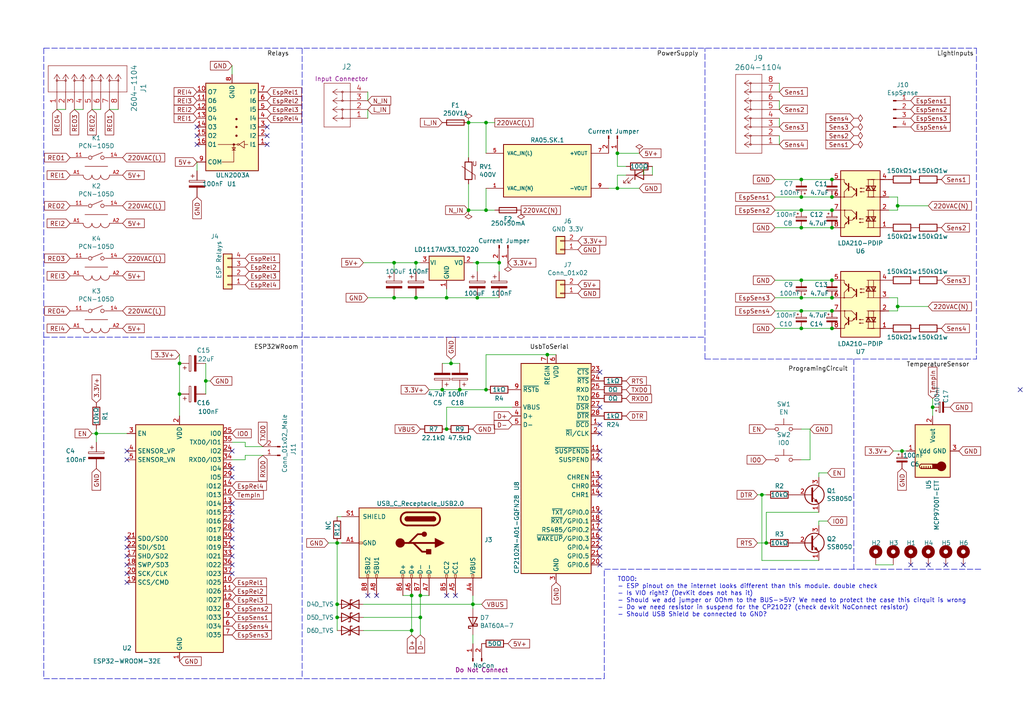
<source format=kicad_sch>
(kicad_sch (version 20211123) (generator eeschema)
  (paper "A4")
  (junction (at 114.3 86.36))
  (junction (at 220.98 143.51))
  (junction (at 135.89 60.96))
  (junction (at 27.94 125.73))
  (junction (at 59.69 110.49))
  (junction (at 97.79 157.48))
  (junction (at 140.97 113.03))
  (junction (at 232.41 52.07))
  (junction (at 232.41 60.96))
  (junction (at 270.51 118.11))
  (junction (at 97.79 175.26))
  (junction (at 179.07 54.61))
  (junction (at 241.3 86.36))
  (junction (at 144.78 76.2))
  (junction (at 260.35 88.9))
  (junction (at 260.35 59.69))
  (junction (at 241.3 60.96))
  (junction (at 130.81 105.41))
  (junction (at 129.54 86.36))
  (junction (at 137.16 175.26))
  (junction (at 120.65 86.36))
  (junction (at 138.43 76.2))
  (junction (at 241.3 95.25))
  (junction (at 121.92 179.07))
  (junction (at 121.92 172.72))
  (junction (at 241.3 90.17))
  (junction (at 133.35 113.03))
  (junction (at 114.3 76.2))
  (junction (at 128.27 113.03))
  (junction (at 232.41 81.28))
  (junction (at 232.41 57.15))
  (junction (at 52.07 105.41))
  (junction (at 97.79 179.07))
  (junction (at 140.97 60.96))
  (junction (at 261.62 130.81))
  (junction (at 241.3 57.15))
  (junction (at 241.3 81.28))
  (junction (at 140.97 35.56))
  (junction (at 241.3 52.07))
  (junction (at 241.3 66.04))
  (junction (at 232.41 90.17))
  (junction (at 129.54 124.46))
  (junction (at 119.38 182.88))
  (junction (at 52.07 114.3))
  (junction (at 120.65 76.2))
  (junction (at 232.41 95.25))
  (junction (at 179.07 44.45))
  (junction (at 135.89 35.56))
  (junction (at 232.41 86.36))
  (junction (at 119.38 172.72))
  (junction (at 138.43 86.36))
  (junction (at 232.41 66.04))
  (junction (at 222.25 157.48))
  (junction (at 158.75 102.87))
  (no_connect (at 36.83 156.21))
  (no_connect (at 173.99 107.95))
  (no_connect (at 67.31 151.13))
  (no_connect (at 173.99 118.11))
  (no_connect (at 36.83 163.83))
  (no_connect (at 173.99 163.83))
  (no_connect (at 67.31 146.05))
  (no_connect (at 57.15 39.37))
  (no_connect (at 264.16 163.83))
  (no_connect (at 173.99 148.59))
  (no_connect (at 173.99 161.29))
  (no_connect (at 173.99 138.43))
  (no_connect (at 57.15 36.83))
  (no_connect (at 67.31 135.89))
  (no_connect (at 149.86 231.14))
  (no_connect (at 173.99 151.13))
  (no_connect (at 36.83 158.75))
  (no_connect (at 36.83 133.35))
  (no_connect (at 173.99 153.67))
  (no_connect (at 67.31 163.83))
  (no_connect (at 279.4 163.83))
  (no_connect (at 67.31 148.59))
  (no_connect (at 274.32 163.83))
  (no_connect (at 173.99 123.19))
  (no_connect (at 57.15 41.91))
  (no_connect (at 36.83 166.37))
  (no_connect (at 173.99 143.51))
  (no_connect (at 36.83 168.91))
  (no_connect (at 36.83 161.29))
  (no_connect (at 295.91 113.03))
  (no_connect (at 173.99 125.73))
  (no_connect (at 173.99 156.21))
  (no_connect (at 67.31 153.67))
  (no_connect (at 173.99 158.75))
  (no_connect (at 173.99 140.97))
  (no_connect (at 77.47 41.91))
  (no_connect (at 67.31 138.43))
  (no_connect (at 77.47 36.83))
  (no_connect (at 36.83 130.81))
  (no_connect (at 173.99 133.35))
  (no_connect (at 269.24 163.83))
  (no_connect (at 67.31 161.29))
  (no_connect (at 67.31 156.21))
  (no_connect (at 67.31 130.81))
  (no_connect (at 106.68 172.72))
  (no_connect (at 109.22 172.72))
  (no_connect (at 129.54 172.72))
  (no_connect (at 132.08 172.72))
  (no_connect (at 173.99 130.81))
  (no_connect (at 67.31 166.37))
  (no_connect (at 67.31 158.75))
  (no_connect (at 77.47 39.37))
  (wire (pts (xy 59.69 110.49) (xy 59.69 114.3)))
  (wire (pts (xy 105.41 179.07) (xy 121.92 179.07)))
  (wire (pts (xy 76.2 132.08) (xy 71.12 132.08)))
  (wire (pts (xy 240.03 151.13) (xy 237.49 151.13)))
  (wire (pts (xy 226.06 39.37) (xy 226.06 41.91)))
  (wire (pts (xy 260.35 88.9) (xy 260.35 90.17)))
  (wire (pts (xy 135.89 35.56) (xy 140.97 35.56)))
  (wire (pts (xy 232.41 133.35) (xy 234.95 133.35)))
  (wire (pts (xy 106.68 34.29) (xy 106.68 31.75)))
  (wire (pts (xy 60.96 110.49) (xy 59.69 110.49)))
  (wire (pts (xy 105.41 76.2) (xy 114.3 76.2)))
  (wire (pts (xy 27.94 125.73) (xy 27.94 128.27)))
  (polyline (pts (xy 204.47 104.14) (xy 204.47 13.97)))
  (polyline (pts (xy 283.21 13.97) (xy 283.21 104.14)))
  (wire (pts (xy 135.89 45.72) (xy 135.89 35.56)))
  (wire (pts (xy 224.79 95.25) (xy 232.41 95.25)))
  (wire (pts (xy 129.54 118.11) (xy 129.54 124.46)))
  (wire (pts (xy 116.84 172.72) (xy 119.38 172.72)))
  (wire (pts (xy 138.43 76.2) (xy 144.78 76.2)))
  (wire (pts (xy 105.41 175.26) (xy 137.16 175.26)))
  (wire (pts (xy 67.31 128.27) (xy 71.12 128.27)))
  (wire (pts (xy 260.35 59.69) (xy 269.24 59.69)))
  (polyline (pts (xy 247.65 104.14) (xy 247.65 165.1)))
  (polyline (pts (xy 87.63 13.97) (xy 87.63 196.85)))
  (wire (pts (xy 270.51 118.11) (xy 270.51 120.65)))
  (wire (pts (xy 95.25 157.48) (xy 97.79 157.48)))
  (wire (pts (xy 52.07 105.41) (xy 52.07 114.3)))
  (wire (pts (xy 135.89 53.34) (xy 135.89 60.96)))
  (wire (pts (xy 121.92 172.72) (xy 124.46 172.72)))
  (wire (pts (xy 97.79 149.86) (xy 99.06 149.86)))
  (wire (pts (xy 119.38 172.72) (xy 119.38 182.88)))
  (wire (pts (xy 260.35 57.15) (xy 260.35 59.69)))
  (wire (pts (xy 241.3 95.25) (xy 232.41 95.25)))
  (wire (pts (xy 232.41 86.36) (xy 224.79 86.36)))
  (wire (pts (xy 240.03 137.16) (xy 237.49 137.16)))
  (wire (pts (xy 27.94 125.73) (xy 36.83 125.73)))
  (wire (pts (xy 26.67 125.73) (xy 27.94 125.73)))
  (wire (pts (xy 220.98 143.51) (xy 220.98 162.56)))
  (wire (pts (xy 106.68 86.36) (xy 114.3 86.36)))
  (wire (pts (xy 140.97 102.87) (xy 158.75 102.87)))
  (wire (pts (xy 140.97 113.03) (xy 133.35 113.03)))
  (wire (pts (xy 114.3 76.2) (xy 120.65 76.2)))
  (wire (pts (xy 121.92 179.07) (xy 121.92 184.15)))
  (wire (pts (xy 232.41 86.36) (xy 241.3 86.36)))
  (wire (pts (xy 241.3 81.28) (xy 232.41 81.28)))
  (wire (pts (xy 59.69 105.41) (xy 59.69 110.49)))
  (wire (pts (xy 232.41 57.15) (xy 241.3 57.15)))
  (wire (pts (xy 241.3 66.04) (xy 232.41 66.04)))
  (wire (pts (xy 140.97 35.56) (xy 140.97 44.45)))
  (wire (pts (xy 179.07 54.61) (xy 185.42 54.61)))
  (wire (pts (xy 259.08 130.81) (xy 261.62 130.81)))
  (wire (pts (xy 179.07 50.8) (xy 179.07 54.61)))
  (wire (pts (xy 260.35 60.96) (xy 257.81 60.96)))
  (wire (pts (xy 226.06 24.13) (xy 226.06 26.67)))
  (wire (pts (xy 105.41 182.88) (xy 119.38 182.88)))
  (wire (pts (xy 120.65 76.2) (xy 121.92 76.2)))
  (wire (pts (xy 97.79 157.48) (xy 97.79 175.26)))
  (wire (pts (xy 121.92 172.72) (xy 121.92 179.07)))
  (wire (pts (xy 219.71 143.51) (xy 220.98 143.51)))
  (wire (pts (xy 179.07 44.45) (xy 185.42 44.45)))
  (wire (pts (xy 237.49 137.16) (xy 237.49 138.43)))
  (wire (pts (xy 140.97 113.03) (xy 140.97 102.87)))
  (wire (pts (xy 130.81 104.14) (xy 130.81 105.41)))
  (wire (pts (xy 224.79 60.96) (xy 232.41 60.96)))
  (wire (pts (xy 176.53 54.61) (xy 179.07 54.61)))
  (wire (pts (xy 97.79 179.07) (xy 97.79 175.26)))
  (wire (pts (xy 237.49 151.13) (xy 237.49 152.4)))
  (wire (pts (xy 29.21 31.75) (xy 26.67 31.75)))
  (wire (pts (xy 19.05 31.75) (xy 16.51 31.75)))
  (wire (pts (xy 260.35 86.36) (xy 260.35 88.9)))
  (wire (pts (xy 137.16 175.26) (xy 137.16 172.72)))
  (wire (pts (xy 232.41 60.96) (xy 241.3 60.96)))
  (wire (pts (xy 71.12 129.54) (xy 76.2 129.54)))
  (polyline (pts (xy 12.7 196.85) (xy 175.26 196.85)))
  (wire (pts (xy 237.49 148.59) (xy 222.25 148.59)))
  (wire (pts (xy 260.35 90.17) (xy 257.81 90.17)))
  (wire (pts (xy 222.25 148.59) (xy 222.25 157.48)))
  (wire (pts (xy 260.35 59.69) (xy 260.35 60.96)))
  (wire (pts (xy 71.12 132.08) (xy 71.12 133.35)))
  (wire (pts (xy 106.68 26.67) (xy 106.68 29.21)))
  (wire (pts (xy 137.16 176.53) (xy 137.16 175.26)))
  (wire (pts (xy 129.54 86.36) (xy 138.43 86.36)))
  (wire (pts (xy 124.46 113.03) (xy 128.27 113.03)))
  (wire (pts (xy 224.79 90.17) (xy 232.41 90.17)))
  (wire (pts (xy 181.61 50.8) (xy 179.07 50.8)))
  (wire (pts (xy 120.65 78.74) (xy 120.65 76.2)))
  (wire (pts (xy 114.3 78.74) (xy 114.3 76.2)))
  (wire (pts (xy 269.24 88.9) (xy 260.35 88.9)))
  (wire (pts (xy 52.07 114.3) (xy 52.07 120.65)))
  (wire (pts (xy 57.15 46.99) (xy 57.15 49.53)))
  (wire (pts (xy 226.06 29.21) (xy 226.06 31.75)))
  (wire (pts (xy 232.41 57.15) (xy 224.79 57.15)))
  (wire (pts (xy 97.79 182.88) (xy 97.79 179.07)))
  (polyline (pts (xy 12.7 13.97) (xy 12.7 196.85)))
  (wire (pts (xy 130.81 105.41) (xy 133.35 105.41)))
  (wire (pts (xy 261.62 130.81) (xy 262.89 130.81)))
  (wire (pts (xy 232.41 124.46) (xy 234.95 124.46)))
  (wire (pts (xy 71.12 133.35) (xy 67.31 133.35)))
  (wire (pts (xy 158.75 102.87) (xy 161.29 102.87)))
  (wire (pts (xy 270.51 115.57) (xy 270.51 118.11)))
  (wire (pts (xy 120.65 86.36) (xy 114.3 86.36)))
  (polyline (pts (xy 175.26 196.85) (xy 175.26 165.1)))
  (wire (pts (xy 140.97 35.56) (xy 143.51 35.56)))
  (wire (pts (xy 137.16 175.26) (xy 139.7 175.26)))
  (wire (pts (xy 224.79 81.28) (xy 232.41 81.28)))
  (wire (pts (xy 138.43 78.74) (xy 138.43 76.2)))
  (wire (pts (xy 179.07 48.26) (xy 181.61 48.26)))
  (wire (pts (xy 234.95 124.46) (xy 234.95 133.35)))
  (wire (pts (xy 120.65 86.36) (xy 129.54 86.36)))
  (wire (pts (xy 148.59 118.11) (xy 129.54 118.11)))
  (wire (pts (xy 140.97 60.96) (xy 143.51 60.96)))
  (wire (pts (xy 71.12 128.27) (xy 71.12 129.54)))
  (wire (pts (xy 27.94 124.46) (xy 27.94 125.73)))
  (wire (pts (xy 129.54 83.82) (xy 129.54 86.36)))
  (wire (pts (xy 34.29 31.75) (xy 31.75 31.75)))
  (wire (pts (xy 254 163.83) (xy 259.08 163.83)))
  (polyline (pts (xy 12.7 97.79) (xy 204.47 97.79)))
  (wire (pts (xy 67.31 19.05) (xy 67.31 21.59)))
  (wire (pts (xy 133.35 113.03) (xy 128.27 113.03)))
  (wire (pts (xy 220.98 162.56) (xy 237.49 162.56)))
  (wire (pts (xy 137.16 184.15) (xy 137.16 186.69)))
  (wire (pts (xy 140.97 60.96) (xy 140.97 54.61)))
  (wire (pts (xy 52.07 102.87) (xy 52.07 105.41)))
  (wire (pts (xy 257.81 57.15) (xy 260.35 57.15)))
  (wire (pts (xy 144.78 76.2) (xy 144.78 78.74)))
  (wire (pts (xy 119.38 182.88) (xy 119.38 184.15)))
  (wire (pts (xy 219.71 157.48) (xy 222.25 157.48)))
  (wire (pts (xy 226.06 34.29) (xy 226.06 36.83)))
  (wire (pts (xy 232.41 90.17) (xy 241.3 90.17)))
  (wire (pts (xy 232.41 66.04) (xy 224.79 66.04)))
  (polyline (pts (xy 12.7 13.97) (xy 283.21 13.97)))
  (wire (pts (xy 189.23 48.26) (xy 189.23 50.8)))
  (wire (pts (xy 135.89 60.96) (xy 140.97 60.96)))
  (polyline (pts (xy 204.47 104.14) (xy 283.21 104.14)))
  (wire (pts (xy 186.69 48.26) (xy 186.69 50.8)))
  (wire (pts (xy 24.13 31.75) (xy 21.59 31.75)))
  (wire (pts (xy 257.81 86.36) (xy 260.35 86.36)))
  (wire (pts (xy 220.98 143.51) (xy 222.25 143.51)))
  (wire (pts (xy 97.79 157.48) (xy 99.06 157.48)))
  (wire (pts (xy 179.07 44.45) (xy 179.07 48.26)))
  (wire (pts (xy 241.3 52.07) (xy 232.41 52.07)))
  (wire (pts (xy 232.41 52.07) (xy 224.79 52.07)))
  (wire (pts (xy 128.27 105.41) (xy 130.81 105.41)))
  (polyline (pts (xy 284.48 165.1) (xy 175.26 165.1)))
  (wire (pts (xy 144.78 86.36) (xy 138.43 86.36)))
  (wire (pts (xy 138.43 76.2) (xy 137.16 76.2)))
  (text "TODO:\n- ESP pinout on the internet looks different than this module. double check\n- Is VIO right? (DevKit does not has it)\n- Should we add jumper or 0Ohm to the BUS->5V? We need to protect the case this cirquit is wrong\n- Do we need resistor in suspend for the CP2102? (check devkit NoConnect resistor)\n- Should USB Shield be connected to GND?" (at 179.07 179.07 0) (effects (font (size 1.27 1.27)) (justify left bottom)))
  (label "TemperatureSensor" (at 262.89 106.68 0))
  (label "LightInputs" (at 271.78 16.51 0))
  (label "ESP32WRoom" (at 73.66 101.6 0))
  (label "Relays" (at 77.47 16.51 0))
  (label "UsbToSerial" (at 153.67 101.6 0))
  (label "PowerSupply" (at 190.5 16.51 0))
  (label "ProgramingCircuit" (at 228.6 107.95 0))
  (global_label "3.3V+" (shape input) (at 27.94 116.84 90) (property "Intersheet References" "${INTERSHEET_REFS}" (effects hide)))
  (global_label "EspRel3" (shape input) (at 71.12 80.01 0) (property "Intersheet References" "${INTERSHEET_REFS}" (effects hide)))
  (global_label "REI1" (shape input) (at 57.15 34.29 180) (property "Intersheet References" "${INTERSHEET_REFS}" (effects hide)))
  (global_label "EN" (shape input) (at 26.67 125.73 180) (property "Intersheet References" "${INTERSHEET_REFS}" (effects hide)))
  (global_label "5V+" (shape input) (at 35.56 64.77 0) (property "Intersheet References" "${INTERSHEET_REFS}" (effects hide)))
  (global_label "EN" (shape input) (at 240.03 137.16 0) (property "Intersheet References" "${INTERSHEET_REFS}" (effects hide)))
  (global_label "220VAC(L)" (shape input) (at 35.56 90.17 0) (property "Intersheet References" "${INTERSHEET_REFS}" (effects hide)))
  (global_label "220VAC(L)" (shape passive) (at 143.51 35.56 0) (property "Intersheet References" "${INTERSHEET_REFS}" (effects hide)))
  (global_label "Sens4" (shape input) (at 247.65 34.29 180) (property "Intersheet References" "${INTERSHEET_REFS}" (effects hide)))
  (global_label "EspSens3" (shape input) (at 224.79 86.36 180) (property "Intersheet References" "${INTERSHEET_REFS}" (effects hide)))
  (global_label "5V+" (shape input) (at 35.56 95.25 0) (property "Intersheet References" "${INTERSHEET_REFS}" (effects hide)))
  (global_label "REO1" (shape input) (at 31.75 31.75 270) (property "Intersheet References" "${INTERSHEET_REFS}" (effects hide)))
  (global_label "RXD0" (shape input) (at 76.2 132.08 270) (property "Intersheet References" "${INTERSHEET_REFS}" (effects hide)))
  (global_label "GND" (shape input) (at 224.79 95.25 180) (property "Intersheet References" "${INTERSHEET_REFS}" (effects hide)))
  (global_label "GND" (shape input) (at 27.94 135.89 270) (property "Intersheet References" "${INTERSHEET_REFS}" (effects hide)))
  (global_label "GND" (shape input) (at 167.64 72.39 0) (property "Intersheet References" "${INTERSHEET_REFS}" (effects hide)))
  (global_label "REO4" (shape input) (at 20.32 90.17 180) (property "Intersheet References" "${INTERSHEET_REFS}" (effects hide)))
  (global_label "GND" (shape input) (at 261.62 135.89 270) (property "Intersheet References" "${INTERSHEET_REFS}" (effects hide)))
  (global_label "220VAC(N)" (shape input) (at 269.24 88.9 0) (property "Intersheet References" "${INTERSHEET_REFS}" (effects hide)))
  (global_label "RXD0" (shape input) (at 181.61 115.57 0) (property "Intersheet References" "${INTERSHEET_REFS}" (effects hide)))
  (global_label "REI2" (shape input) (at 57.15 31.75 180) (property "Intersheet References" "${INTERSHEET_REFS}" (effects hide)))
  (global_label "TempIn" (shape input) (at 67.31 143.51 0) (property "Intersheet References" "${INTERSHEET_REFS}" (effects hide)))
  (global_label "VBUS" (shape input) (at 121.92 124.46 180) (property "Intersheet References" "${INTERSHEET_REFS}" (effects hide)))
  (global_label "EspRel4" (shape input) (at 77.47 34.29 0) (property "Intersheet References" "${INTERSHEET_REFS}" (effects hide)))
  (global_label "220VAC(N)" (shape passive) (at 151.13 60.96 0) (property "Intersheet References" "${INTERSHEET_REFS}" (effects hide)))
  (global_label "REO2" (shape input) (at 20.32 59.69 180) (property "Intersheet References" "${INTERSHEET_REFS}" (effects hide)))
  (global_label "TempIn" (shape input) (at 270.51 115.57 90) (property "Intersheet References" "${INTERSHEET_REFS}" (effects hide)))
  (global_label "VBUS" (shape input) (at 139.7 175.26 0) (property "Intersheet References" "${INTERSHEET_REFS}" (effects hide)))
  (global_label "3.3V+" (shape input) (at 124.46 113.03 180) (property "Intersheet References" "${INTERSHEET_REFS}" (effects hide)))
  (global_label "GND" (shape input) (at 167.64 85.09 0) (property "Intersheet References" "${INTERSHEET_REFS}" (effects hide)))
  (global_label "EspSens3" (shape input) (at 264.16 34.29 0) (property "Intersheet References" "${INTERSHEET_REFS}" (effects hide)))
  (global_label "D+" (shape input) (at 119.38 184.15 270) (property "Intersheet References" "${INTERSHEET_REFS}" (effects hide)))
  (global_label "REO1" (shape input) (at 20.32 45.72 180) (property "Intersheet References" "${INTERSHEET_REFS}" (effects hide)))
  (global_label "EspSens1" (shape input) (at 264.16 29.21 0) (property "Intersheet References" "${INTERSHEET_REFS}" (effects hide)))
  (global_label "GND" (shape input) (at 234.95 124.46 0) (property "Intersheet References" "${INTERSHEET_REFS}" (effects hide)))
  (global_label "IO0" (shape input) (at 67.31 125.73 0) (property "Intersheet References" "${INTERSHEET_REFS}" (effects hide)))
  (global_label "Sens3" (shape input) (at 226.06 36.83 0) (property "Intersheet References" "${INTERSHEET_REFS}" (effects hide)))
  (global_label "IO0" (shape input) (at 240.03 151.13 0) (property "Intersheet References" "${INTERSHEET_REFS}" (effects hide)))
  (global_label "3.3V+" (shape input) (at 259.08 130.81 180) (property "Intersheet References" "${INTERSHEET_REFS}" (effects hide)))
  (global_label "Sens1" (shape input) (at 226.06 26.67 0) (property "Intersheet References" "${INTERSHEET_REFS}" (effects hide)))
  (global_label "EspSens2" (shape input) (at 224.79 60.96 180) (property "Intersheet References" "${INTERSHEET_REFS}" (effects hide)))
  (global_label "5V+" (shape input) (at 105.41 76.2 180) (property "Intersheet References" "${INTERSHEET_REFS}" (effects hide)))
  (global_label "220VAC(L)" (shape input) (at 35.56 45.72 0) (property "Intersheet References" "${INTERSHEET_REFS}" (effects hide)))
  (global_label "D+" (shape input) (at 148.59 120.65 180) (property "Intersheet References" "${INTERSHEET_REFS}" (effects hide)))
  (global_label "GND" (shape input) (at 185.42 54.61 0) (property "Intersheet References" "${INTERSHEET_REFS}" (effects hide)))
  (global_label "REI3" (shape input) (at 20.32 80.01 180) (property "Intersheet References" "${INTERSHEET_REFS}" (effects hide)))
  (global_label "TXD0" (shape input) (at 181.61 113.03 0) (property "Intersheet References" "${INTERSHEET_REFS}" (effects hide)))
  (global_label "GND" (shape input) (at 106.68 86.36 180) (property "Intersheet References" "${INTERSHEET_REFS}" (effects hide)))
  (global_label "L_IN" (shape input) (at 128.27 35.56 180) (property "Intersheet References" "${INTERSHEET_REFS}" (effects hide)))
  (global_label "GND" (shape input) (at 130.81 104.14 90) (property "Intersheet References" "${INTERSHEET_REFS}" (effects hide)))
  (global_label "5V+" (shape input) (at 57.15 46.99 180) (property "Intersheet References" "${INTERSHEET_REFS}" (effects hide)))
  (global_label "5V+" (shape input) (at 147.32 186.69 0) (property "Intersheet References" "${INTERSHEET_REFS}" (effects hide)))
  (global_label "EspRel1" (shape input) (at 77.47 26.67 0) (property "Intersheet References" "${INTERSHEET_REFS}" (effects hide)))
  (global_label "5V+" (shape input) (at 35.56 80.01 0) (property "Intersheet References" "${INTERSHEET_REFS}" (effects hide)))
  (global_label "EspRel2" (shape input) (at 71.12 77.47 0) (property "Intersheet References" "${INTERSHEET_REFS}" (effects hide)))
  (global_label "EspRel1" (shape input) (at 67.31 168.91 0) (property "Intersheet References" "${INTERSHEET_REFS}" (effects hide)))
  (global_label "GND" (shape input) (at 224.79 66.04 180) (property "Intersheet References" "${INTERSHEET_REFS}" (effects hide)))
  (global_label "Sens3" (shape input) (at 273.05 81.28 0) (property "Intersheet References" "${INTERSHEET_REFS}" (effects hide)))
  (global_label "GND" (shape input) (at 275.59 118.11 0) (property "Intersheet References" "${INTERSHEET_REFS}" (effects hide)))
  (global_label "5V+" (shape input) (at 185.42 44.45 0) (property "Intersheet References" "${INTERSHEET_REFS}" (effects hide)))
  (global_label "GND" (shape input) (at 60.96 110.49 0) (property "Intersheet References" "${INTERSHEET_REFS}" (effects hide)))
  (global_label "L_IN" (shape input) (at 106.68 31.75 0) (property "Intersheet References" "${INTERSHEET_REFS}" (effects hide)))
  (global_label "REO2" (shape input) (at 26.67 31.75 270) (property "Intersheet References" "${INTERSHEET_REFS}" (effects hide)))
  (global_label "EspRel3" (shape input) (at 77.47 31.75 0) (property "Intersheet References" "${INTERSHEET_REFS}" (effects hide)))
  (global_label "IO0" (shape input) (at 222.25 133.35 180) (property "Intersheet References" "${INTERSHEET_REFS}" (effects hide)))
  (global_label "GND" (shape input) (at 67.31 19.05 180) (property "Intersheet References" "${INTERSHEET_REFS}" (effects hide)))
  (global_label "EspRel4" (shape input) (at 67.31 140.97 0) (property "Intersheet References" "${INTERSHEET_REFS}" (effects hide)))
  (global_label "EspSens1" (shape input) (at 224.79 57.15 180) (property "Intersheet References" "${INTERSHEET_REFS}" (effects hide)))
  (global_label "3.3V+" (shape input) (at 147.32 76.2 0) (property "Intersheet References" "${INTERSHEET_REFS}" (effects hide)))
  (global_label "REI3" (shape input) (at 57.15 29.21 180) (property "Intersheet References" "${INTERSHEET_REFS}" (effects hide)))
  (global_label "EspSens2" (shape input) (at 264.16 31.75 0) (property "Intersheet References" "${INTERSHEET_REFS}" (effects hide)))
  (global_label "5V+" (shape input) (at 167.64 82.55 0) (property "Intersheet References" "${INTERSHEET_REFS}" (effects hide)))
  (global_label "Sens4" (shape input) (at 226.06 41.91 0) (property "Intersheet References" "${INTERSHEET_REFS}" (effects hide)))
  (global_label "3.3V+" (shape input) (at 52.07 102.87 180) (property "Intersheet References" "${INTERSHEET_REFS}" (effects hide)))
  (global_label "220VAC(L)" (shape input) (at 35.56 74.93 0) (property "Intersheet References" "${INTERSHEET_REFS}" (effects hide)))
  (global_label "DTR" (shape input) (at 219.71 143.51 180) (property "Intersheet References" "${INTERSHEET_REFS}" (effects hide)))
  (global_label "EspRel2" (shape input) (at 77.47 29.21 0) (property "Intersheet References" "${INTERSHEET_REFS}" (effects hide)))
  (global_label "Sens1" (shape input) (at 273.05 52.07 0) (property "Intersheet References" "${INTERSHEET_REFS}" (effects hide)))
  (global_label "EN" (shape input) (at 222.25 124.46 180) (property "Intersheet References" "${INTERSHEET_REFS}" (effects hide)))
  (global_label "5V+" (shape input) (at 35.56 50.8 0) (property "Intersheet References" "${INTERSHEET_REFS}" (effects hide)))
  (global_label "REO4" (shape input) (at 16.51 31.75 270) (property "Intersheet References" "${INTERSHEET_REFS}" (effects hide)))
  (global_label "D-" (shape input) (at 148.59 123.19 180) (property "Intersheet References" "${INTERSHEET_REFS}" (effects hide)))
  (global_label "EspSens3" (shape input) (at 67.31 184.15 0) (property "Intersheet References" "${INTERSHEET_REFS}" (effects hide)))
  (global_label "REO3" (shape input) (at 21.59 31.75 270) (property "Intersheet References" "${INTERSHEET_REFS}" (effects hide)))
  (global_label "GND" (shape input) (at 224.79 52.07 180) (property "Intersheet References" "${INTERSHEET_REFS}" (effects hide)))
  (global_label "REI1" (shape input) (at 20.32 50.8 180) (property "Intersheet References" "${INTERSHEET_REFS}" (effects hide)))
  (global_label "GND" (shape input) (at 224.79 81.28 180) (property "Intersheet References" "${INTERSHEET_REFS}" (effects hide)))
  (global_label "TXD0" (shape input) (at 76.2 129.54 90) (property "Intersheet References" "${INTERSHEET_REFS}" (effects hide)))
  (global_label "RTS" (shape input) (at 181.61 110.49 0) (property "Intersheet References" "${INTERSHEET_REFS}" (effects hide)))
  (global_label "Sens2" (shape input) (at 226.06 31.75 0) (property "Intersheet References" "${INTERSHEET_REFS}" (effects hide)))
  (global_label "EspSens4" (shape input) (at 264.16 36.83 0) (property "Intersheet References" "${INTERSHEET_REFS}" (effects hide)))
  (global_label "Sens2" (shape input) (at 247.65 39.37 180) (property "Intersheet References" "${INTERSHEET_REFS}" (effects hide)))
  (global_label "D-" (shape input) (at 121.92 184.15 270) (property "Intersheet References" "${INTERSHEET_REFS}" (effects hide)))
  (global_label "Sens4" (shape input) (at 273.05 95.25 0) (property "Intersheet References" "${INTERSHEET_REFS}" (effects hide)))
  (global_label "N_IN" (shape input) (at 106.68 29.21 0) (property "Intersheet References" "${INTERSHEET_REFS}" (effects hide)))
  (global_label "GND" (shape input) (at 95.25 157.48 180) (property "Intersheet References" "${INTERSHEET_REFS}" (effects hide)))
  (global_label "REI2" (shape input) (at 20.32 64.77 180) (property "Intersheet References" "${INTERSHEET_REFS}" (effects hide)))
  (global_label "REI4" (shape input) (at 57.15 26.67 180) (property "Intersheet References" "${INTERSHEET_REFS}" (effects hide)))
  (global_label "EspRel4" (shape input) (at 71.12 82.55 0) (property "Intersheet References" "${INTERSHEET_REFS}" (effects hide)))
  (global_label "GND" (shape input) (at 137.16 124.46 0) (property "Intersheet References" "${INTERSHEET_REFS}" (effects hide)))
  (global_label "GND" (shape input) (at 52.07 191.77 0) (property "Intersheet References" "${INTERSHEET_REFS}" (effects hide)))
  (global_label "GND" (shape input) (at 278.13 130.81 0) (property "Intersheet References" "${INTERSHEET_REFS}" (effects hide)))
  (global_label "EspRel3" (shape input) (at 67.31 173.99 0) (property "Intersheet References" "${INTERSHEET_REFS}" (effects hide)))
  (global_label "Sens3" (shape input) (at 247.65 36.83 180) (property "Intersheet References" "${INTERSHEET_REFS}" (effects hide)))
  (global_label "DTR" (shape input) (at 181.61 120.65 0) (property "Intersheet References" "${INTERSHEET_REFS}" (effects hide)))
  (global_label "GND" (shape input) (at 161.29 168.91 270) (property "Intersheet References" "${INTERSHEET_REFS}" (effects hide)))
  (global_label "220VAC(N)" (shape input) (at 269.24 59.69 0) (property "Intersheet References" "${INTERSHEET_REFS}" (effects hide)))
  (global_label "220VAC(L)" (shape input) (at 35.56 59.69 0) (property "Intersheet References" "${INTERSHEET_REFS}" (effects hide)))
  (global_label "EspSens4" (shape input) (at 67.31 181.61 0) (property "Intersheet References" "${INTERSHEET_REFS}" (effects hide)))
  (global_label "EspSens2" (shape input) (at 67.31 176.53 0) (property "Intersheet References" "${INTERSHEET_REFS}" (effects hide)))
  (global_label "N_IN" (shape input) (at 135.89 60.96 180) (property "Intersheet References" "${INTERSHEET_REFS}" (effects hide)))
  (global_label "EspRel2" (shape input) (at 67.31 171.45 0) (property "Intersheet References" "${INTERSHEET_REFS}" (effects hide)))
  (global_label "REI4" (shape input) (at 20.32 95.25 180) (property "Intersheet References" "${INTERSHEET_REFS}" (effects hide)))
  (global_label "GND" (shape input) (at 57.15 57.15 270) (property "Intersheet References" "${INTERSHEET_REFS}" (effects hide)))
  (global_label "EspSens1" (shape input) (at 67.31 179.07 0) (property "Intersheet References" "${INTERSHEET_REFS}" (effects hide)))
  (global_label "Sens2" (shape input) (at 273.05 66.04 0) (property "Intersheet References" "${INTERSHEET_REFS}" (effects hide)))
  (global_label "RTS" (shape input) (at 219.71 157.48 180) (property "Intersheet References" "${INTERSHEET_REFS}" (effects hide)))
  (global_label "EspRel1" (shape input) (at 71.12 74.93 0) (property "Intersheet References" "${INTERSHEET_REFS}" (effects hide)))
  (global_label "3.3V+" (shape input) (at 167.64 69.85 0) (property "Intersheet References" "${INTERSHEET_REFS}" (effects hide)))
  (global_label "REO3" (shape input) (at 20.32 74.93 180) (property "Intersheet References" "${INTERSHEET_REFS}" (effects hide)))
  (global_label "EspSens4" (shape input) (at 224.79 90.17 180) (property "Intersheet References" "${INTERSHEET_REFS}" (effects hide)))
  (global_label "Sens1" (shape input) (at 247.65 41.91 180) (property "Intersheet References" "${INTERSHEET_REFS}" (effects hide)))
  (symbol (lib_id "power:PWR_FLAG") (at 247.65 34.29 270) (unit 1)
    (property "Reference" "#FLG07" (effects hide))
    (property "Value" "PWR_FLAG" (effects hide))
  )
  (symbol (lib_id "Device:R") (at 261.62 66.04 270) (unit 1)
    (property "Reference" "R17" (effects hide))
    (property "Value" "150kΩ1w" (at 261.62 68.58 90))
    (property "Footprint" "Resistor_SMD:R_2512_6332Metric_Pad1.52x3.35mm_HandSolder" (effects hide))
    (property "JLCPCB" "C25719" (effects hide))
  )
  (symbol (lib_id "power:PWR_FLAG") (at 247.65 36.83 270) (unit 1)
    (property "Reference" "#FLG08" (effects hide))
    (property "Value" "PWR_FLAG" (effects hide))
  )
  (symbol (lib_id "power:PWR_FLAG") (at 247.65 39.37 270) (unit 1)
    (property "Reference" "#FLG09" (effects hide))
    (property "Value" "PWR_FLAG" (effects hide))
  )
  (symbol (lib_id "power:PWR_FLAG") (at 247.65 41.91 270) (unit 1)
    (property "Reference" "#FLG010" (effects hide))
    (property "Value" "PWR_FLAG" (effects hide))
  )
  (symbol (lib_id "Transistor_Array:ULN2003A") (at 67.31 36.83 180) (unit 1)
    (property "Reference" "U1" (at 68.58 53.34 0) (effects (justify left)))
    (property "Value" "ULN2003A" (at 72.39 50.8 0) (effects (justify left)))
    (property "Footprint" "Package_SO:SOIC-16_3.9x9.9mm_P1.27mm" (effects hide))
    (property "Datasheet" "http://www.ti.com/lit/ds/symlink/uln2003a.pdf" (effects hide))
    (property "JLCPCB" "C7512" (effects hide))
  )
  (symbol (lib_id "Device:CP_Small") (at 241.3 54.61 180) (unit 1)
    (property "Reference" "C11" (at 236.22 53.34 0) (effects (justify right)))
    (property "Value" "4.7uF" (at 234.95 55.88 0) (effects (justify right)))
    (property "Footprint" "Capacitor_SMD:C_1206_3216Metric_Pad1.42x1.75mm_HandSolder" (effects hide))
    (property "Datasheet" "https://datasheet.lcsc.com/lcsc/1811091112_FH-Guangdong-Fenghua-Advanced-Tech-1206B475K500NT_C29823.pdf" (effects hide))
    (property "JLCPCB" "C29823" (effects hide))
  )
  (symbol (lib_id "Device:R") (at 261.62 52.07 270) (unit 1)
    (property "Reference" "R16" (effects hide))
    (property "Value" "150kΩ1w" (at 261.62 49.53 90))
    (property "Footprint" "Resistor_SMD:R_2512_6332Metric_Pad1.52x3.35mm_HandSolder" (effects hide))
    (property "JLCPCB" "C25719" (effects hide))
  )
  (symbol (lib_id "Device:CP_Small") (at 241.3 63.5 0) (unit 1)
    (property "Reference" "C12" (at 238.76 62.23 0) (effects (justify right)))
    (property "Value" "4.7uF" (at 240.03 64.77 0) (effects (justify right)))
    (property "Footprint" "Capacitor_SMD:C_1206_3216Metric_Pad1.42x1.75mm_HandSolder" (effects hide))
    (property "Datasheet" "https://datasheet.lcsc.com/lcsc/1811091112_FH-Guangdong-Fenghua-Advanced-Tech-1206B475K500NT_C29823.pdf" (effects hide))
    (property "JLCPCB" "C29823" (effects hide))
    (property "Value" "4.7uF" (effects hide))
  )
  (symbol (lib_id "Device:Fuse") (at 132.08 35.56 90) (unit 1)
    (property "Reference" "F1" (at 132.08 30.5562 90))
    (property "Value" "250V1A" (at 132.08 32.8676 90))
    (property "Footprint" "Fuse:Fuse_Littelfuse_372_D8.50mm" (effects hide))
  )
  (symbol (lib_id "Device:Varistor") (at 135.89 49.53 180) (unit 1)
    (property "Reference" "RV1" (at 138.9634 48.3616 0) (effects (justify right)))
    (property "Value" "400V" (at 138.9634 50.673 0) (effects (justify right)))
    (property "Footprint" "Varistor:RV_Disc_D12mm_W4.2mm_P7.5mm" (effects hide))
  )
  (symbol (lib_id "Connector_Generic:Conn_01x04") (at 66.04 80.01 180) (unit 1)
    (property "Reference" "J4" (at 63.5 68.58 0) (effects (justify left)))
    (property "Value" "ESP Relays" (at 63.5 69.85 90) (effects (justify left)))
    (property "Footprint" "Connector_JST:JST_XH_B4B-XH-A_1x04_P2.50mm_Vertical" (effects hide))
  )
  (symbol (lib_id "Regulator_Linear:LD1117S33TR_SOT223") (at 129.54 76.2 0) (unit 1)
    (property "Reference" "U4" (effects hide))
    (property "Value" "LD1117AV33_TO220" (at 129.54 72.3646 0))
    (property "Footprint" "Package_TO_SOT_THT:TO-220-3_Vertical" (effects hide))
    (property "Datasheet" "http://www.st.com/st-web-ui/static/active/en/resource/technical/document/datasheet/CD00000544.pdf" (effects hide))
  )
  (symbol (lib_id "Connector_Generic:Conn_01x02") (at 162.56 85.09 180) (unit 1)
    (property "Reference" "J7" (at 164.6428 76.835 0))
    (property "Value" "Conn_01x02" (at 164.6428 79.1464 0))
    (property "Footprint" "Connector_JST:JST_XH_B2B-XH-A_1x02_P2.50mm_Vertical" (effects hide))
  )
  (symbol (lib_id "RAC05-05SK_277:RAC05-05SK_277") (at 158.75 49.53 0) (unit 1)
    (property "Reference" "RA05.SK.1" (at 158.75 40.64 0))
    (property "Value" "RAC05.05SK.277" (effects hide))
    (property "Footprint" "rac05-05sk:277" (effects hide))
    (property "STANDARD" "Manufacturer Recommendations" (effects hide))
    (property "MAXIMUM_PACKAGE_HEIGHT" "21.8mm" (effects hide))
    (property "MANUFACTURER" "RECOM" (effects hide))
    (property "PARTREV" "N/A" (effects hide))
  )
  (symbol (lib_id "Device:CP") (at 114.3 82.55 0) (unit 1)
    (property "Reference" "100uF_1" (effects hide))
    (property "Value" "100uF" (at 111.76 78.74 0) (effects (justify left)))
    (property "Footprint" "Capacitor_THT:CP_Radial_D6.3mm_P2.50mm" (effects hide))
  )
  (symbol (lib_id "Device:CP") (at 138.43 82.55 0) (unit 1)
    (property "Reference" "100uF_2" (effects hide))
    (property "Value" "100uF" (at 134.62 85.09 0) (effects (justify left)))
    (property "Footprint" "Capacitor_THT:CP_Radial_D6.3mm_P2.50mm" (effects hide))
  )
  (symbol (lib_id "power:PWR_FLAG") (at 151.13 60.96 180) (unit 1)
    (property "Reference" "#FLG05" (effects hide))
    (property "Value" "PWR_FLAG" (effects hide))
  )
  (symbol (lib_id "Connector:Conn_01x02_Male") (at 179.07 39.37 270) (unit 1)
    (property "Reference" "J8" (effects hide))
    (property "Value" "Current Jumper" (at 185.42 38.1 90) (effects (justify right)))
    (property "Footprint" "Connector_PinHeader_2.54mm:PinHeader_1x02_P2.54mm_Vertical" (effects hide))
  )
  (symbol (lib_id "Connector_Generic:Conn_01x02") (at 162.56 72.39 180) (unit 1)
    (property "Reference" "J6" (at 164.6428 64.135 0))
    (property "Value" "GND 3.3V" (at 164.6428 66.4464 0))
    (property "Footprint" "Connector_JST:JST_XH_B2B-XH-A_1x02_P2.50mm_Vertical" (effects hide))
  )
  (symbol (lib_id "Connector:Conn_01x02_Male") (at 147.32 71.12 270) (unit 1)
    (property "Reference" "J5" (effects hide))
    (property "Value" "Current Jumper" (at 153.67 69.85 90) (effects (justify right)))
    (property "Footprint" "Connector_PinHeader_2.54mm:PinHeader_1x02_P2.54mm_Vertical" (effects hide))
  )
  (symbol (lib_id "Device:R") (at 269.24 66.04 270) (unit 1)
    (property "Reference" "R21" (effects hide))
    (property "Value" "150kΩ1w" (at 270.51 68.58 90))
    (property "Footprint" "Resistor_SMD:R_2512_6332Metric_Pad1.52x3.35mm_HandSolder" (effects hide))
    (property "JLCPCB" "C25719" (effects hide))
  )
  (symbol (lib_id "Device:R") (at 269.24 52.07 270) (unit 1)
    (property "Reference" "R20" (effects hide))
    (property "Value" "150kΩ1w" (at 270.51 49.53 90))
    (property "Footprint" "Resistor_SMD:R_2512_6332Metric_Pad1.52x3.35mm_HandSolder" (effects hide))
    (property "JLCPCB" "C25719" (effects hide))
  )
  (symbol (lib_id "Device:CP") (at 120.65 82.55 0) (unit 1)
    (property "Reference" "C2" (effects hide))
    (property "Value" "100nF" (at 124.46 78.74 0) (effects (justify right)))
    (property "Footprint" "Capacitor_SMD:C_0603_1608Metric_Pad1.08x0.95mm_HandSolder" (effects hide))
    (property "Datasheet" "https://www.distrelec.ch/en/ceramic-capacitor-100nf-50vdc-0805-rnd-components-rnd-1500805b104j500nt/p/30086635?q=smd+capacitor+&pos=5&origPos=990&origPageSize=50&track=true" (effects hide))
    (property "JLCPCB" "C14663" (effects hide))
  )
  (symbol (lib_id "Device:CP") (at 57.15 53.34 0) (unit 1)
    (property "Reference" "C1" (effects hide))
    (property "Value" "100nF" (at 64.77 53.34 0) (effects (justify right)))
    (property "Footprint" "Capacitor_SMD:C_0603_1608Metric_Pad1.08x0.95mm_HandSolder" (effects hide))
    (property "Datasheet" "https://www.distrelec.ch/en/ceramic-capacitor-100nf-50vdc-0805-rnd-components-rnd-1500805b104j500nt/p/30086635?q=smd+capacitor+&pos=5&origPos=990&origPageSize=50&track=true" (effects hide))
    (property "JLCPCB" "C14663" (effects hide))
  )
  (symbol (lib_id "pcn-105D3:PCN-124D3MHZ,000") (at 17.78 45.72 0) (unit 1)
    (property "Reference" "K1" (at 27.94 40.005 0))
    (property "Value" "PCN-105D" (at 27.94 42.3164 0))
    (property "Footprint" "PCN:bigpads_TE_Connectivity-PCN-124D" (effects hide))
    (property "Datasheet" "https://www.te.com/commerce/DocumentDelivery/DDEController?Action=showdoc&DocId=Data+Sheet%7FPCN_series_relay_data_sheet_E%7F1217%7Fpdf%7FEnglish%7FENG_DS_PCN_series_relay_data_sheet_E_1217.pdf%7F3-1461491-6" (effects hide))
    (property "ambient temperature range high" "+85°C" (effects hide))
    (property "ambient temperature range low" "-40°C" (effects hide))
    (property "automotive" "No" (effects hide))
    (property "category" "Relay" (effects hide))
    (property "coil power" "120mW" (effects hide))
    (property "coil resistance" "4800Ω" (effects hide))
    (property "coil type" "Non-Latching" (effects hide))
    (property "coil voltage" "24V" (effects hide))
    (property "current rating" "3A" (effects hide))
    (property "device class L1" "Electromechanical" (effects hide))
    (property "device class L2" "Relays" (effects hide))
    (property "device class L3" "Power Relays" (effects hide))
    (property "digikey description" "RELAY GEN PURPOSE SPST 3A 24V" (effects hide))
    (property "digikey part number" "PB906-ND" (effects hide))
    (property "height" "12.8mm" (effects hide))
    (property "lead free" "Yes" (effects hide))
    (property "library id" "591278d9da046128" (effects hide))
    (property "manufacturer" "TE Connectivity" (effects hide))
    (property "mouser part number" "655-PCN-124D3MHZ,000" (effects hide))
    (property "number of contacts" "1" (effects hide))
    (property "package" "PTH_RELAY_20MM0_5MM0" (effects hide))
    (property "rohs" "Yes" (effects hide))
    (property "switching current" "3A" (effects hide))
    (property "throw configuration" "SPST" (effects hide))
  )
  (symbol (lib_id "pcn-105D3:PCN-124D3MHZ,000") (at 17.78 59.69 0) (unit 1)
    (property "Reference" "K2" (at 27.94 53.975 0))
    (property "Value" "PCN-105D" (at 27.94 56.2864 0))
    (property "Footprint" "PCN:bigpads_TE_Connectivity-PCN-124D" (effects hide))
    (property "Datasheet" "https://www.te.com/commerce/DocumentDelivery/DDEController?Action=showdoc&DocId=Data+Sheet%7FPCN_series_relay_data_sheet_E%7F1217%7Fpdf%7FEnglish%7FENG_DS_PCN_series_relay_data_sheet_E_1217.pdf%7F3-1461491-6" (effects hide))
    (property "ambient temperature range high" "+85°C" (effects hide))
    (property "ambient temperature range low" "-40°C" (effects hide))
    (property "automotive" "No" (effects hide))
    (property "category" "Relay" (effects hide))
    (property "coil power" "120mW" (effects hide))
    (property "coil resistance" "4800Ω" (effects hide))
    (property "coil type" "Non-Latching" (effects hide))
    (property "coil voltage" "24V" (effects hide))
    (property "current rating" "3A" (effects hide))
    (property "device class L1" "Electromechanical" (effects hide))
    (property "device class L2" "Relays" (effects hide))
    (property "device class L3" "Power Relays" (effects hide))
    (property "digikey description" "RELAY GEN PURPOSE SPST 3A 24V" (effects hide))
    (property "digikey part number" "PB906-ND" (effects hide))
    (property "height" "12.8mm" (effects hide))
    (property "lead free" "Yes" (effects hide))
    (property "library id" "591278d9da046128" (effects hide))
    (property "manufacturer" "TE Connectivity" (effects hide))
    (property "mouser part number" "655-PCN-124D3MHZ,000" (effects hide))
    (property "number of contacts" "1" (effects hide))
    (property "package" "PTH_RELAY_20MM0_5MM0" (effects hide))
    (property "rohs" "Yes" (effects hide))
    (property "switching current" "3A" (effects hide))
    (property "throw configuration" "SPST" (effects hide))
  )
  (symbol (lib_id "pcn-105D3:PCN-124D3MHZ,000") (at 17.78 74.93 0) (unit 1)
    (property "Reference" "K4" (at 27.94 69.215 0))
    (property "Value" "PCN-105D" (at 27.94 71.5264 0))
    (property "Footprint" "PCN:bigpads_TE_Connectivity-PCN-124D" (effects hide))
    (property "Datasheet" "https://www.te.com/commerce/DocumentDelivery/DDEController?Action=showdoc&DocId=Data+Sheet%7FPCN_series_relay_data_sheet_E%7F1217%7Fpdf%7FEnglish%7FENG_DS_PCN_series_relay_data_sheet_E_1217.pdf%7F3-1461491-6" (effects hide))
    (property "ambient temperature range high" "+85°C" (effects hide))
    (property "ambient temperature range low" "-40°C" (effects hide))
    (property "automotive" "No" (effects hide))
    (property "category" "Relay" (effects hide))
    (property "coil power" "120mW" (effects hide))
    (property "coil resistance" "4800Ω" (effects hide))
    (property "coil type" "Non-Latching" (effects hide))
    (property "coil voltage" "24V" (effects hide))
    (property "current rating" "3A" (effects hide))
    (property "device class L1" "Electromechanical" (effects hide))
    (property "device class L2" "Relays" (effects hide))
    (property "device class L3" "Power Relays" (effects hide))
    (property "digikey description" "RELAY GEN PURPOSE SPST 3A 24V" (effects hide))
    (property "digikey part number" "PB906-ND" (effects hide))
    (property "height" "12.8mm" (effects hide))
    (property "lead free" "Yes" (effects hide))
    (property "library id" "591278d9da046128" (effects hide))
    (property "manufacturer" "TE Connectivity" (effects hide))
    (property "mouser part number" "655-PCN-124D3MHZ,000" (effects hide))
    (property "number of contacts" "1" (effects hide))
    (property "package" "PTH_RELAY_20MM0_5MM0" (effects hide))
    (property "rohs" "Yes" (effects hide))
    (property "switching current" "3A" (effects hide))
    (property "throw configuration" "SPST" (effects hide))
  )
  (symbol (lib_id "pcn-105D3:PCN-124D3MHZ,000") (at 17.78 90.17 0) (unit 1)
    (property "Reference" "K3" (at 27.94 84.455 0))
    (property "Value" "PCN-105D" (at 27.94 86.7664 0))
    (property "Footprint" "PCN:bigpads_TE_Connectivity-PCN-124D" (effects hide))
    (property "Datasheet" "https://www.te.com/commerce/DocumentDelivery/DDEController?Action=showdoc&DocId=Data+Sheet%7FPCN_series_relay_data_sheet_E%7F1217%7Fpdf%7FEnglish%7FENG_DS_PCN_series_relay_data_sheet_E_1217.pdf%7F3-1461491-6" (effects hide))
    (property "ambient temperature range high" "+85°C" (effects hide))
    (property "ambient temperature range low" "-40°C" (effects hide))
    (property "automotive" "No" (effects hide))
    (property "category" "Relay" (effects hide))
    (property "coil power" "120mW" (effects hide))
    (property "coil resistance" "4800Ω" (effects hide))
    (property "coil type" "Non-Latching" (effects hide))
    (property "coil voltage" "24V" (effects hide))
    (property "current rating" "3A" (effects hide))
    (property "device class L1" "Electromechanical" (effects hide))
    (property "device class L2" "Relays" (effects hide))
    (property "device class L3" "Power Relays" (effects hide))
    (property "digikey description" "RELAY GEN PURPOSE SPST 3A 24V" (effects hide))
    (property "digikey part number" "PB906-ND" (effects hide))
    (property "height" "12.8mm" (effects hide))
    (property "lead free" "Yes" (effects hide))
    (property "library id" "591278d9da046128" (effects hide))
    (property "manufacturer" "TE Connectivity" (effects hide))
    (property "mouser part number" "655-PCN-124D3MHZ,000" (effects hide))
    (property "number of contacts" "1" (effects hide))
    (property "package" "PTH_RELAY_20MM0_5MM0" (effects hide))
    (property "rohs" "Yes" (effects hide))
    (property "switching current" "3A" (effects hide))
    (property "throw configuration" "SPST" (effects hide))
  )
  (symbol (lib_id "Device:Fuse") (at 147.32 60.96 90) (unit 1)
    (property "Reference" "F2" (at 147.32 63.5 90))
    (property "Value" "250v50mA" (at 147.32 64.77 90))
    (property "Footprint" "Fuse:Fuse_Littelfuse_372_D8.50mm" (effects hide))
  )
  (symbol (lib_id "Mechanical:MountingHole_Pad") (at 264.16 161.29 0) (unit 1)
    (property "Reference" "H1" (at 262.89 157.48 0) (effects (justify left)))
    (property "Value" "MountingHole_Pad" (effects hide))
    (property "Footprint" "MountingHole:MountingHole_3.2mm_M3_ISO14580_Pad" (effects hide))
  )
  (symbol (lib_id "wago-2604-1104:2604-1104") (at 215.9 31.75 180) (unit 1)
    (property "Reference" "J9" (at 219.9132 16.8402 0) (effects (font (size 1.524 1.524))))
    (property "Value" "2604-1104" (at 219.9132 19.5326 0) (effects (font (size 1.524 1.524))))
    (property "Footprint" "wago-2604-1104:big_pads_2604-1104" (effects hide))
  )
  (symbol (lib_id "wago-2604-1104:2604-1104") (at 26.67 21.59 90) (unit 1)
    (property "Reference" "J1" (at 41.5798 25.6032 0) (effects (font (size 1.524 1.524))))
    (property "Value" "2604-1104" (at 38.8874 25.6032 0) (effects (font (size 1.524 1.524))))
    (property "Footprint" "wago-2604-1104:big_pads_2604-1104" (effects hide))
  )
  (symbol (lib_id "power:PWR_FLAG") (at 135.89 60.96 180) (unit 1)
    (property "Reference" "#FLG03" (effects hide))
    (property "Value" "PWR_FLAG" (effects hide))
  )
  (symbol (lib_id "wago-2604-1102:2604-1102") (at 96.52 29.21 180) (unit 1)
    (property "Reference" "J2" (at 100.5332 19.3802 0) (effects (font (size 1.524 1.524))))
    (property "Value" "2604-1102" (effects hide))
    (property "Footprint" "wago-2604-1102:big_pads_2604-1102" (effects hide))
    (property "Text" "Input Connector" (at 99.06 22.86 0))
  )
  (symbol (lib_id "power:PWR_FLAG") (at 135.89 35.56 0) (unit 1)
    (property "Reference" "#FLG02" (effects hide))
    (property "Value" "PWR_FLAG" (effects hide))
  )
  (symbol (lib_id "power:PWR_FLAG") (at 185.42 44.45 0) (unit 1)
    (property "Reference" "#FLG06" (effects hide))
    (property "Value" "PWR_FLAG" (effects hide))
  )
  (symbol (lib_id "power:PWR_FLAG") (at 147.32 76.2 180) (unit 1)
    (property "Reference" "#FLG04" (effects hide))
    (property "Value" "PWR_FLAG" (effects hide))
  )
  (symbol (lib_id "Device:R") (at 185.42 48.26 270) (unit 1)
    (property "Reference" "R11" (effects hide))
    (property "Value" "100Ω" (at 185.42 48.26 90))
    (property "Footprint" "Resistor_SMD:R_0805_2012Metric_Pad1.20x1.40mm_HandSolder" (effects hide))
    (property "Datasheet" "https://www.distrelec.ch/en/high-power-thick-film-smd-resistor-0805-150ohm-330mw-rnd-components-rnd-155hp05w3f1500t5e/p/30111774?q=*&pos=2&origPos=1787&origPageSize=50&track=true" (effects hide))
    (property "JLCPCB" "C17408" (effects hide))
  )
  (symbol (lib_id "Device:CP") (at 144.78 82.55 0) (unit 1)
    (property "Reference" "C3" (effects hide))
    (property "Value" "100nF" (at 148.59 85.09 0) (effects (justify right)))
    (property "Footprint" "Capacitor_SMD:C_0603_1608Metric_Pad1.08x0.95mm_HandSolder" (effects hide))
    (property "Datasheet" "https://www.distrelec.ch/en/ceramic-capacitor-100nf-50vdc-0805-rnd-components-rnd-1500805b104j500nt/p/30086635?q=smd+capacitor+&pos=5&origPos=990&origPageSize=50&track=true" (effects hide))
    (property "JLCPCB" "C14663" (effects hide))
  )
  (symbol (lib_id "Device:LED") (at 185.42 50.8 0) (unit 1)
    (property "Reference" "D2" (effects hide))
    (property "Value" "LED" (effects hide))
    (property "Footprint" "LED_SMD:LED_0805_2012Metric_Pad1.15x1.40mm_HandSolder" (effects hide))
    (property "Datasheet" "https://www.distrelec.ch/en/smd-led-green-575nm-20ma-2v-140-everlight-electronics-17-21sygc-s530-e1-tr8/p/17531205?q=*&pos=9&origPos=371&origPageSize=50&track=true" (effects hide))
    (property "JLCPCB" "C2297" (effects hide))
  )
  (symbol (lib_id "Mechanical:MountingHole_Pad") (at 269.24 161.29 0) (unit 1)
    (property "Reference" "H4" (at 267.97 157.48 0) (effects (justify left)))
    (property "Value" "MountingHole_Pad" (effects hide))
    (property "Footprint" "MountingHole:MountingHole_3.2mm_M3_ISO14580_Pad" (effects hide))
  )
  (symbol (lib_id "Mechanical:MountingHole_Pad") (at 274.32 161.29 0) (unit 1)
    (property "Reference" "H5" (at 273.05 157.48 0) (effects (justify left)))
    (property "Value" "MountingHole_Pad" (effects hide))
    (property "Footprint" "MountingHole:MountingHole_3.2mm_M3_ISO14580_Pad" (effects hide))
  )
  (symbol (lib_id "Mechanical:MountingHole_Pad") (at 279.4 161.29 0) (unit 1)
    (property "Reference" "H6" (at 278.13 157.48 0) (effects (justify left)))
    (property "Value" "MountingHole_Pad" (effects hide))
    (property "Footprint" "MountingHole:MountingHole_3.2mm_M3_ISO14580_Pad" (effects hide))
  )
  (symbol (lib_id "Device:CP") (at 133.35 109.22 180) (unit 1)
    (property "Reference" "C18" (at 134.62 116.84 0) (effects (justify left)))
    (property "Value" "100nF" (at 135.89 114.3 0) (effects (justify left)))
    (property "Footprint" "Capacitor_SMD:C_0603_1608Metric_Pad1.08x0.95mm_HandSolder" (effects hide))
    (property "JLCPCB" "C14663" (effects hide))
  )
  (symbol (lib_id "Device:R") (at 177.8 120.65 270) (unit 1)
    (property "Reference" "R24" (at 177.8 123.19 90))
    (property "Value" "1kΩ" (at 177.8 120.65 90))
    (property "Footprint" "Resistor_SMD:R_0603_1608Metric_Pad1.05x0.95mm_HandSolder" (effects hide))
    (property "JLCPCB" "C25585" (effects hide))
  )
  (symbol (lib_id "Device:D_TVS") (at 101.6 182.88 180) (unit 1)
    (property "Reference" "D6" (at 90.17 182.88 0))
    (property "Value" "D_TVS" (at 93.98 182.88 0))
    (property "Footprint" "Diode_SMD:D_SOD-523" (effects hide))
    (property "JLCPCB" "C383211" (effects hide))
  )
  (symbol (lib_id "Device:D_TVS") (at 101.6 179.07 180) (unit 1)
    (property "Reference" "D5" (at 90.17 179.07 0))
    (property "Value" "D_TVS" (at 93.98 179.07 0))
    (property "Footprint" "Diode_SMD:D_SOD-523" (effects hide))
    (property "JLCPCB" "C383211" (effects hide))
  )
  (symbol (lib_id "Device:D_TVS") (at 101.6 175.26 180) (unit 1)
    (property "Reference" "D4" (at 90.17 175.26 0))
    (property "Value" "D_TVS" (at 93.98 175.26 0))
    (property "Footprint" "Diode_SMD:D_SOD-523" (effects hide))
    (property "JLCPCB" "C383211" (effects hide))
  )
  (symbol (lib_id "Diode:BAT60A") (at 137.16 180.34 90) (unit 1)
    (property "Reference" "D7" (at 139.192 179.1716 90) (effects (justify right)))
    (property "Value" "BAT60A-7" (at 139.192 181.483 90) (effects (justify right)))
    (property "Footprint" "Diode_SMD:D_SOD-323" (effects hide))
    (property "Datasheet" "https://www.infineon.com/dgdl/Infineon-BAT60ASERIES-DS-v01_01-en.pdf?fileId=db3a304313d846880113def70c9304a9" (effects hide))
    (property "JLCPCB" "C124187" (effects hide))
  )
  (symbol (lib_id "Switch:SW_Push") (at 227.33 124.46 0) (unit 1)
    (property "Reference" "SW1" (at 227.33 117.221 0))
    (property "Value" "EN" (at 227.33 119.5324 0))
    (property "Footprint" "Button_Switch_SMD:SW_SPST_SKQG_WithStem" (effects hide))
    (property "JLCPCB" "C318884" (effects hide))
  )
  (symbol (lib_id "Switch:SW_Push") (at 227.33 133.35 0) (unit 1)
    (property "Reference" "SW2" (at 227.33 126.111 0))
    (property "Value" "IO0" (at 227.33 128.4224 0))
    (property "Footprint" "Button_Switch_SMD:SW_SPST_SKQG_WithStem" (effects hide))
    (property "JLCPCB" "C318884" (effects hide))
  )
  (symbol (lib_id "Transistor_BJT:2N2219") (at 234.95 143.51 0) (unit 1)
    (property "Reference" "Q1" (at 239.776 142.3416 0) (effects (justify left)))
    (property "Value" "SS8050" (at 239.776 144.653 0) (effects (justify left)))
    (property "Footprint" "Package_TO_SOT_SMD:SOT-23" (effects hide))
    (property "Datasheet" "http://www.onsemi.com/pub_link/Collateral/2N2219-D.PDF" (effects hide))
    (property "JLCPCB" "C177739" (effects hide))
  )
  (symbol (lib_id "Device:R") (at 226.06 157.48 270) (unit 1)
    (property "Reference" "R3" (at 226.06 154.94 90))
    (property "Value" "10kΩ" (at 226.06 157.48 90))
    (property "Footprint" "Resistor_SMD:R_0603_1608Metric_Pad1.05x0.95mm_HandSolder" (effects hide))
    (property "Datasheet" "0603WAF1002T5E" (effects hide))
    (property "JLCPCB" "C25804" (effects hide))
  )
  (symbol (lib_id "Device:R") (at 226.06 143.51 270) (unit 1)
    (property "Reference" "R2" (at 226.06 140.97 90))
    (property "Value" "10kΩ" (at 226.06 143.51 90))
    (property "Footprint" "Resistor_SMD:R_0603_1608Metric_Pad1.05x0.95mm_HandSolder" (effects hide))
    (property "Datasheet" "0603WAF1002T5E" (effects hide))
    (property "JLCPCB" "C25804" (effects hide))
  )
  (symbol (lib_id "Transistor_BJT:2N2219") (at 234.95 157.48 0) (unit 1)
    (property "Reference" "Q2" (at 239.776 156.3116 0) (effects (justify left)))
    (property "Value" "SS8050" (at 239.776 158.623 0) (effects (justify left)))
    (property "Footprint" "Package_TO_SOT_SMD:SOT-23" (effects hide))
    (property "Datasheet" "http://www.onsemi.com/pub_link/Collateral/2N2219-D.PDF" (effects hide))
    (property "JLCPCB" "C177739" (effects hide))
  )
  (symbol (lib_id "Device:R") (at 27.94 120.65 180) (unit 1)
    (property "Reference" "R1" (at 30.48 120.65 90))
    (property "Value" "10kΩ" (at 27.94 120.65 90))
    (property "Footprint" "Resistor_SMD:R_0603_1608Metric_Pad1.05x0.95mm_HandSolder" (effects hide))
    (property "Datasheet" "0603WAF1002T5E" (effects hide))
    (property "JLCPCB" "C25804" (effects hide))
  )
  (symbol (lib_id "Device:CP") (at 27.94 132.08 0) (unit 1)
    (property "Reference" "C4" (at 19.05 130.81 0) (effects (justify left)))
    (property "Value" "100nF" (at 19.05 133.35 0) (effects (justify left)))
    (property "Footprint" "Capacitor_SMD:C_0603_1608Metric_Pad1.08x0.95mm_HandSolder" (effects hide))
    (property "JLCPCB" "C14663" (effects hide))
  )
  (symbol (lib_id "Device:CP") (at 55.88 105.41 90) (unit 1)
    (property "Reference" "C15" (at 60.96 101.6 90) (effects (justify left)))
    (property "Value" "22uF" (at 62.23 104.14 90) (effects (justify left)))
    (property "Footprint" "Capacitor_SMD:C_0603_1608Metric_Pad1.08x0.95mm_HandSolder" (effects hide))
    (property "Datasheet" "CL10A226MQ8NRNC" (effects hide))
    (property "JLCPCB" "C59461" (effects hide))
  )
  (symbol (lib_id "Device:CP") (at 55.88 114.3 90) (unit 1)
    (property "Reference" "C16" (at 60.96 116.84 90) (effects (justify left)))
    (property "Value" "100nF" (at 63.5 119.38 90) (effects (justify left)))
    (property "Footprint" "Capacitor_SMD:C_0603_1608Metric_Pad1.08x0.95mm_HandSolder" (effects hide))
    (property "JLCPCB" "C14663" (effects hide))
  )
  (symbol (lib_id "RF_Module:ESP32-WROOM-32D") (at 52.07 156.21 0) (unit 1)
    (property "Reference" "U2" (at 36.83 187.96 0))
    (property "Value" "ESP32-WROOM-32E" (at 36.83 191.77 0))
    (property "Footprint" "RF_Module:ESP32-WROOM-32" (effects hide))
    (property "Datasheet" "https://www.espressif.com/sites/default/files/documentation/esp32-wroom-32d_esp32-wroom-32u_datasheet_en.pdf" (effects hide))
    (property "JLCPCB" "C701343" (effects hide))
  )
  (symbol (lib_id "LDA210-PDIP:LDA210-PDIP") (at 250.19 60.96 180) (unit 1)
    (property "Reference" "U6" (at 249.555 72.8218 0))
    (property "Value" "LDA210-PDIP" (at 249.555 70.5104 0))
    (property "Footprint" "Package_DIP:DIP-8_W7.62mm_Socket_LongPads" (effects hide))
    (property "Datasheet" "http://optoelectronics.liteon.com/upload/download/DS70-2001-006/S_110_LTV-355T%2020140520.pdf" (effects hide))
  )
  (symbol (lib_id "Device:CP_Small") (at 232.41 54.61 180) (unit 1)
    (property "Reference" "C7" (at 227.33 53.34 0) (effects (justify right)))
    (property "Value" "100nF" (at 226.06 55.88 0) (effects (justify right)))
    (property "Footprint" "Capacitor_SMD:C_0603_1608Metric_Pad1.08x0.95mm_HandSolder" (effects hide))
    (property "Datasheet" "https://www.distrelec.ch/en/ceramic-capacitor-100nf-50vdc-0805-rnd-components-rnd-1500805b104j500nt/p/30086635?q=smd+capacitor+&pos=5&origPos=990&origPageSize=50&track=true" (effects hide))
    (property "JLCPCB" "C14663" (effects hide))
  )
  (symbol (lib_id "Device:CP_Small") (at 232.41 63.5 0) (unit 1)
    (property "Reference" "C8" (at 229.87 64.77 0) (effects (justify right)))
    (property "Value" "100nF" (at 231.14 62.23 0) (effects (justify right)))
    (property "Footprint" "Capacitor_SMD:C_0603_1608Metric_Pad1.08x0.95mm_HandSolder" (effects hide))
    (property "Datasheet" "https://www.distrelec.ch/en/ceramic-capacitor-100nf-50vdc-0805-rnd-components-rnd-1500805b104j500nt/p/30086635?q=smd+capacitor+&pos=5&origPos=990&origPageSize=50&track=true" (effects hide))
    (property "JLCPCB" "C14663" (effects hide))
  )
  (symbol (lib_id "Device:CP") (at 128.27 109.22 180) (unit 1)
    (property "Reference" "C5" (at 128.27 116.84 0) (effects (justify left)))
    (property "Value" "4.7uF" (at 129.54 114.3 0) (effects (justify left)))
    (property "Footprint" "Capacitor_SMD:C_0603_1608Metric_Pad1.08x0.95mm_HandSolder" (effects hide))
    (property "JLCPCB" "C19666" (effects hide))
  )
  (symbol (lib_id "Device:R") (at 133.35 124.46 90) (unit 1)
    (property "Reference" "R9" (at 133.35 124.46 90))
    (property "Value" "47.5kΩ" (at 133.35 127 90))
    (property "Footprint" "Resistor_SMD:R_0603_1608Metric_Pad0.98x0.95mm_HandSolder" (effects hide))
    (property "JLCPCB" "C23061" (effects hide))
  )
  (symbol (lib_id "Device:R") (at 125.73 124.46 90) (unit 1)
    (property "Reference" "R7" (at 125.73 124.46 90))
    (property "Value" "22.1kΩ" (at 125.73 127 90))
    (property "Footprint" "Resistor_SMD:R_0603_1608Metric_Pad0.98x0.95mm_HandSolder" (effects hide))
    (property "JLCPCB" "C25961" (effects hide))
  )
  (symbol (lib_id "Device:R") (at 144.78 113.03 270) (unit 1)
    (property "Reference" "R4" (at 144.78 115.57 90))
    (property "Value" "1kΩ" (at 144.78 113.03 90))
    (property "Footprint" "Resistor_SMD:R_0603_1608Metric_Pad1.05x0.95mm_HandSolder" (effects hide))
    (property "JLCPCB" "C25585" (effects hide))
  )
  (symbol (lib_id "Device:CP_Small") (at 241.3 92.71 0) (unit 1)
    (property "Reference" "C14" (at 238.76 93.98 0) (effects (justify right)))
    (property "Value" "4.7uF" (at 240.03 91.44 0) (effects (justify right)))
    (property "Footprint" "Capacitor_SMD:C_1206_3216Metric_Pad1.42x1.75mm_HandSolder" (effects hide))
    (property "Datasheet" "https://datasheet.lcsc.com/lcsc/1811091112_FH-Guangdong-Fenghua-Advanced-Tech-1206B475K500NT_C29823.pdf" (effects hide))
    (property "JLCPCB" "C29823" (effects hide))
  )
  (symbol (lib_id "Device:R") (at 261.62 81.28 270) (unit 1)
    (property "Reference" "R18" (effects hide))
    (property "Value" "150kΩ1w" (at 261.62 78.74 90))
    (property "Footprint" "Resistor_SMD:R_2512_6332Metric_Pad1.52x3.35mm_HandSolder" (effects hide))
    (property "JLCPCB" "C25719" (effects hide))
  )
  (symbol (lib_id "Device:CP_Small") (at 241.3 83.82 180) (unit 1)
    (property "Reference" "C13" (at 236.22 82.55 0) (effects (justify right)))
    (property "Value" "4.7uF" (at 234.95 85.09 0) (effects (justify right)))
    (property "Footprint" "Capacitor_SMD:C_1206_3216Metric_Pad1.42x1.75mm_HandSolder" (effects hide))
    (property "Datasheet" "https://datasheet.lcsc.com/lcsc/1811091112_FH-Guangdong-Fenghua-Advanced-Tech-1206B475K500NT_C29823.pdf" (effects hide))
    (property "JLCPCB" "C29823" (effects hide))
  )
  (symbol (lib_id "Device:R") (at 261.62 95.25 270) (unit 1)
    (property "Reference" "R19" (effects hide))
    (property "Value" "150kΩ1w" (at 261.62 97.79 90))
    (property "Footprint" "Resistor_SMD:R_2512_6332Metric_Pad1.52x3.35mm_HandSolder" (effects hide))
    (property "JLCPCB" "C25719" (effects hide))
  )
  (symbol (lib_id "Device:R") (at 269.24 95.25 270) (unit 1)
    (property "Reference" "R23" (effects hide))
    (property "Value" "150kΩ1w" (at 270.51 97.79 90))
    (property "Footprint" "Resistor_SMD:R_2512_6332Metric_Pad1.52x3.35mm_HandSolder" (effects hide))
    (property "JLCPCB" "C25719" (effects hide))
  )
  (symbol (lib_id "Device:R") (at 269.24 81.28 270) (unit 1)
    (property "Reference" "R22" (effects hide))
    (property "Value" "150kΩ1w" (at 270.51 78.74 90))
    (property "Footprint" "Resistor_SMD:R_2512_6332Metric_Pad1.52x3.35mm_HandSolder" (effects hide))
    (property "JLCPCB" "C25719" (effects hide))
  )
  (symbol (lib_id "LDA210-PDIP:LDA210-PDIP") (at 250.19 90.17 180) (unit 1)
    (property "Reference" "U7" (at 249.555 102.0318 0))
    (property "Value" "LDA210-PDIP" (at 249.555 99.7204 0))
    (property "Footprint" "Package_DIP:DIP-8_W7.62mm_Socket_LongPads" (effects hide))
    (property "Datasheet" "http://optoelectronics.liteon.com/upload/download/DS70-2001-006/S_110_LTV-355T%2020140520.pdf" (effects hide))
  )
  (symbol (lib_id "Device:CP_Small") (at 232.41 92.71 0) (unit 1)
    (property "Reference" "C10" (at 229.87 93.98 0) (effects (justify right)))
    (property "Value" "100nF" (at 231.14 91.44 0) (effects (justify right)))
    (property "Footprint" "Capacitor_SMD:C_0603_1608Metric_Pad1.08x0.95mm_HandSolder" (effects hide))
    (property "Datasheet" "https://www.distrelec.ch/en/ceramic-capacitor-100nf-50vdc-0805-rnd-components-rnd-1500805b104j500nt/p/30086635?q=smd+capacitor+&pos=5&origPos=990&origPageSize=50&track=true" (effects hide))
    (property "JLCPCB" "C14663" (effects hide))
  )
  (symbol (lib_id "Device:CP_Small") (at 232.41 83.82 180) (unit 1)
    (property "Reference" "C9" (at 227.33 82.55 0) (effects (justify right)))
    (property "Value" "100nF" (at 226.06 85.09 0) (effects (justify right)))
    (property "Footprint" "Capacitor_SMD:C_0603_1608Metric_Pad1.08x0.95mm_HandSolder" (effects hide))
    (property "Datasheet" "https://www.distrelec.ch/en/ceramic-capacitor-100nf-50vdc-0805-rnd-components-rnd-1500805b104j500nt/p/30086635?q=smd+capacitor+&pos=5&origPos=990&origPageSize=50&track=true" (effects hide))
    (property "JLCPCB" "C14663" (effects hide))
  )
  (symbol (lib_id "Mechanical:MountingHole_Pad") (at 254 161.29 0) (unit 1)
    (property "Reference" "H2" (at 252.73 157.48 0) (effects (justify left)))
    (property "Value" "MountingHole_Pad" (effects hide))
    (property "Footprint" "MountingHole:MountingHole_2.2mm_M2_DIN965_Pad_TopOnly" (effects hide))
  )
  (symbol (lib_id "Mechanical:MountingHole_Pad") (at 259.08 161.29 0) (unit 1)
    (property "Reference" "H3" (at 257.81 157.48 0) (effects (justify left)))
    (property "Value" "MountingHole_Pad" (effects hide))
    (property "Footprint" "MountingHole:MountingHole_2.2mm_M2_DIN965_Pad_TopOnly" (effects hide))
  )
  (symbol (lib_id "Connector:Conn_01x04_Male") (at 259.08 31.75 0) (unit 1)
    (property "Reference" "J10" (at 261.8232 24.6126 0))
    (property "Value" "EspSense" (at 261.8232 26.924 0))
    (property "Footprint" "Connector_PinSocket_2.00mm:PinSocket_1x04_P2.00mm_Vertical" (effects hide))
  )
  (symbol (lib_id "Connector:Conn_01x02_Male") (at 81.28 132.08 180) (unit 1)
    (property "Reference" "J11" (at 85.09 132.08 90) (effects (justify right)))
    (property "Value" "Conn_01x02_Male" (at 82.55 137.16 90) (effects (justify right)))
    (property "Footprint" "Connector_PinHeader_2.00mm:PinHeader_1x02_P2.00mm_Vertical" (effects hide))
  )
  (symbol (lib_id "Interface_USB:CP2102N-A01-GQFN28") (at 161.29 135.89 0) (unit 1)
    (property "Reference" "U8" (at 149.86 140.97 90))
    (property "Value" "CP2102N-A01-GQFN28" (at 149.86 154.94 90))
    (property "Footprint" "Package_DFN_QFN:QFN-28-1EP_5x5mm_P0.5mm_EP3.35x3.35mm" (effects hide))
    (property "Datasheet" "https://www.silabs.com/documents/public/data-sheets/cp2102n-datasheet.pdf" (effects hide))
    (property "JLCPCB" "C105167" (effects hide))
  )
  (symbol (lib_id "Device:R") (at 177.8 110.49 270) (unit 1)
    (property "Reference" "R5" (effects hide))
    (property "Value" "1kΩ" (at 177.8 110.49 90))
    (property "Footprint" "Resistor_SMD:R_1206_3216Metric_Pad1.42x1.75mm_HandSolder" (effects hide))
    (property "JLCPCB" "C4410" (effects hide))
  )
  (symbol (lib_id "Device:R") (at 177.8 115.57 270) (unit 1)
    (property "Reference" "R8" (effects hide))
    (property "Value" "0Ω" (at 177.8 115.57 90))
    (property "Footprint" "Resistor_SMD:R_0805_2012Metric_Pad1.20x1.40mm_HandSolder" (effects hide))
    (property "JLCPCB" "C17477" (effects hide))
  )
  (symbol (lib_id "Device:R") (at 177.8 113.03 270) (unit 1)
    (property "Reference" "R6" (effects hide))
    (property "Value" "0Ω" (at 177.8 113.03 90))
    (property "Footprint" "Resistor_SMD:R_0805_2012Metric_Pad1.20x1.40mm_HandSolder" (effects hide))
    (property "JLCPCB" "C17477" (effects hide))
  )
  (symbol (lib_id "Sensor_Temperature:MCP9700T-ETT") (at 270.51 130.81 90) (unit 1)
    (property "Reference" "U5" (at 269.3416 139.1666 0) (effects (justify right)))
    (property "Value" "MCP9700T-ETT" (at 271.653 139.1666 0) (effects (justify right)))
    (property "Footprint" "Package_TO_SOT_SMD:SOT-23" (effects hide))
    (property "Datasheet" "http://ww1.microchip.com/downloads/en/DeviceDoc/21942e.pdf" (effects hide))
    (property "JLCPCB" "C42288" (effects hide))
  )
  (symbol (lib_id "Connector:Conn_01x02_Male") (at 137.16 191.77 90) (unit 1)
    (property "Reference" "J12" (effects hide))
    (property "Value" "NoCon" (at 137.16 193.04 90) (effects (justify right)))
    (property "Footprint" "Connector_PinHeader_2.00mm:PinHeader_1x02_P2.00mm_Vertical" (effects hide))
    (property "Field4" "Do Not Connect" (at 139.7 194.31 90))
  )
  (symbol (lib_id "Device:CP_Small") (at 261.62 133.35 0) (unit 1)
    (property "Reference" "C6" (at 266.7 134.62 0) (effects (justify right)))
    (property "Value" "100nF" (at 267.97 132.08 0) (effects (justify right)))
    (property "Footprint" "Capacitor_SMD:C_0603_1608Metric_Pad1.08x0.95mm_HandSolder" (effects hide))
    (property "Datasheet" "https://www.distrelec.ch/en/ceramic-capacitor-100nf-50vdc-0805-rnd-components-rnd-1500805b104j500nt/p/30086635?q=smd+capacitor+&pos=5&origPos=990&origPageSize=50&track=true" (effects hide))
    (property "JLCPCB" "C14663" (effects hide))
  )
  (symbol (lib_id "Device:CP_Small") (at 273.05 118.11 90) (unit 1)
    (property "Reference" "C17" (at 274.32 113.03 0) (effects (justify right)))
    (property "Value" "100nF" (at 271.78 111.76 0) (effects (justify right)))
    (property "Footprint" "Capacitor_SMD:C_0603_1608Metric_Pad1.08x0.95mm_HandSolder" (effects hide))
    (property "Datasheet" "https://www.distrelec.ch/en/ceramic-capacitor-100nf-50vdc-0805-rnd-components-rnd-1500805b104j500nt/p/30086635?q=smd+capacitor+&pos=5&origPos=990&origPageSize=50&track=true" (effects hide))
    (property "JLCPCB" "C14663" (effects hide))
  )
  (symbol (lib_id "Device:R") (at 143.51 186.69 270) (unit 1)
    (property "Reference" "R10" (effects hide))
    (property "Value" "50Ω" (at 143.51 186.69 90))
    (property "Footprint" "Resistor_SMD:R_0805_2012Metric_Pad1.20x1.40mm_HandSolder" (effects hide))
    (property "Datasheet" "https://www.distrelec.ch/en/high-power-thick-film-smd-resistor-0805-150ohm-330mw-rnd-components-rnd-155hp05w3f1500t5e/p/30111774?q=*&pos=2&origPos=1787&origPageSize=50&track=true" (effects hide))
  )
  (symbol (lib_id "Device:R") (at 97.79 153.67 180) (unit 1)
    (property "Reference" "R12" (at 97.79 153.67 90))
    (property "Value" "NC" (at 95.25 152.4 90))
    (property "Footprint" "Resistor_SMD:R_0603_1608Metric_Pad0.98x0.95mm_HandSolder" (effects hide))
  )
  (symbol (lib_id "Connector:USB_C_Receptacle_USB2.0") (at 121.92 157.48 270) (unit 1)
    (property "Reference" "J3" (at 140.462 156.5715 90) (effects (justify left)))
    (property "Value" "USB_C_Receptacle_USB2.0" (at 109.22 146.05 90) (effects (justify left)))
    (property "Footprint" "Connector_USB:USB_C_Receptacle_GCT_USB4085" (effects hide))
    (property "Datasheet" "https://www.usb.org/sites/default/files/documents/usb_type-c.zip" (effects hide))
  )
)
</source>
